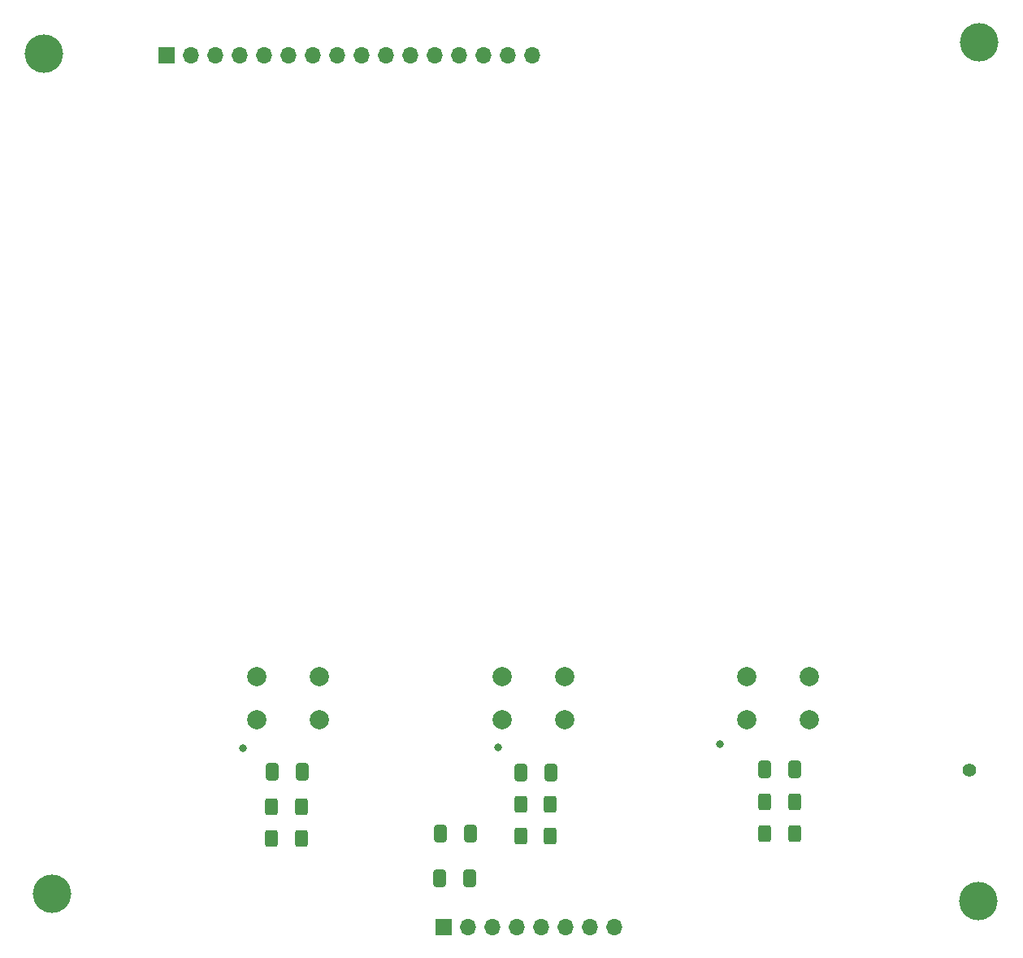
<source format=gbr>
%TF.GenerationSoftware,KiCad,Pcbnew,7.0.10*%
%TF.CreationDate,2024-03-07T18:04:43-07:00*%
%TF.ProjectId,User_Interface,55736572-5f49-46e7-9465-72666163652e,rev?*%
%TF.SameCoordinates,Original*%
%TF.FileFunction,Soldermask,Bot*%
%TF.FilePolarity,Negative*%
%FSLAX46Y46*%
G04 Gerber Fmt 4.6, Leading zero omitted, Abs format (unit mm)*
G04 Created by KiCad (PCBNEW 7.0.10) date 2024-03-07 18:04:43*
%MOMM*%
%LPD*%
G01*
G04 APERTURE LIST*
G04 Aperture macros list*
%AMRoundRect*
0 Rectangle with rounded corners*
0 $1 Rounding radius*
0 $2 $3 $4 $5 $6 $7 $8 $9 X,Y pos of 4 corners*
0 Add a 4 corners polygon primitive as box body*
4,1,4,$2,$3,$4,$5,$6,$7,$8,$9,$2,$3,0*
0 Add four circle primitives for the rounded corners*
1,1,$1+$1,$2,$3*
1,1,$1+$1,$4,$5*
1,1,$1+$1,$6,$7*
1,1,$1+$1,$8,$9*
0 Add four rect primitives between the rounded corners*
20,1,$1+$1,$2,$3,$4,$5,0*
20,1,$1+$1,$4,$5,$6,$7,0*
20,1,$1+$1,$6,$7,$8,$9,0*
20,1,$1+$1,$8,$9,$2,$3,0*%
G04 Aperture macros list end*
%ADD10C,4.000000*%
%ADD11C,2.000000*%
%ADD12R,1.700000X1.700000*%
%ADD13O,1.700000X1.700000*%
%ADD14RoundRect,0.250000X0.400000X0.625000X-0.400000X0.625000X-0.400000X-0.625000X0.400000X-0.625000X0*%
%ADD15RoundRect,0.250000X0.412500X0.650000X-0.412500X0.650000X-0.412500X-0.650000X0.412500X-0.650000X0*%
%ADD16RoundRect,0.250000X-0.412500X-0.650000X0.412500X-0.650000X0.412500X0.650000X-0.412500X0.650000X0*%
%ADD17C,1.400000*%
%ADD18C,0.800000*%
G04 APERTURE END LIST*
D10*
%TO.C,H4*%
X192400000Y-141600000D03*
%TD*%
D11*
%TO.C,STOP1*%
X142775000Y-118281802D03*
X149275000Y-118281802D03*
X142775000Y-122781802D03*
X149275000Y-122781802D03*
%TD*%
D10*
%TO.C,H3*%
X95900000Y-140900000D03*
%TD*%
D12*
%TO.C,OLED1*%
X107800000Y-53600000D03*
D13*
X110340000Y-53600000D03*
X112880000Y-53600000D03*
X115420000Y-53600000D03*
X117960000Y-53600000D03*
X120500000Y-53600000D03*
X123040000Y-53600000D03*
X125580000Y-53600000D03*
X128120000Y-53600000D03*
X130660000Y-53600000D03*
X133200000Y-53600000D03*
X135740000Y-53600000D03*
X138280000Y-53600000D03*
X140820000Y-53600000D03*
X143360000Y-53600000D03*
X145900000Y-53600000D03*
%TD*%
D12*
%TO.C,MAIN_CONTROL1*%
X136675000Y-144335000D03*
D13*
X139215000Y-144335000D03*
X141755000Y-144335000D03*
X144295000Y-144335000D03*
X146835000Y-144335000D03*
X149375000Y-144335000D03*
X151915000Y-144335000D03*
X154455000Y-144335000D03*
%TD*%
D10*
%TO.C,H2*%
X192500000Y-52200000D03*
%TD*%
D11*
%TO.C,RESET1*%
X168300000Y-118281802D03*
X174800000Y-118281802D03*
X168300000Y-122781802D03*
X174800000Y-122781802D03*
%TD*%
%TO.C,START1*%
X117250000Y-118281802D03*
X123750000Y-118281802D03*
X117250000Y-122781802D03*
X123750000Y-122781802D03*
%TD*%
D10*
%TO.C,H1*%
X95000000Y-53400000D03*
%TD*%
D14*
%TO.C,R1*%
X121870000Y-131841802D03*
X118770000Y-131841802D03*
%TD*%
D15*
%TO.C,C1*%
X121932500Y-128131802D03*
X118807500Y-128131802D03*
%TD*%
%TO.C,C2*%
X147882500Y-128231802D03*
X144757500Y-128231802D03*
%TD*%
D14*
%TO.C,R5*%
X173250000Y-131331802D03*
X170150000Y-131331802D03*
%TD*%
D15*
%TO.C,C3*%
X173275000Y-127931802D03*
X170150000Y-127931802D03*
%TD*%
D16*
%TO.C,C5*%
X136335000Y-134610000D03*
X139460000Y-134610000D03*
%TD*%
D14*
%TO.C,R3*%
X147820000Y-131541802D03*
X144720000Y-131541802D03*
%TD*%
%TO.C,R6*%
X173250000Y-134621802D03*
X170150000Y-134621802D03*
%TD*%
%TO.C,R2*%
X121870000Y-135131802D03*
X118770000Y-135131802D03*
%TD*%
%TO.C,R4*%
X147820000Y-134831802D03*
X144720000Y-134831802D03*
%TD*%
D16*
%TO.C,C4*%
X136297500Y-139290000D03*
X139422500Y-139290000D03*
%TD*%
D17*
X191460000Y-128010000D03*
D18*
X115750000Y-125731802D03*
X142350000Y-125631802D03*
X165450000Y-125331802D03*
M02*

</source>
